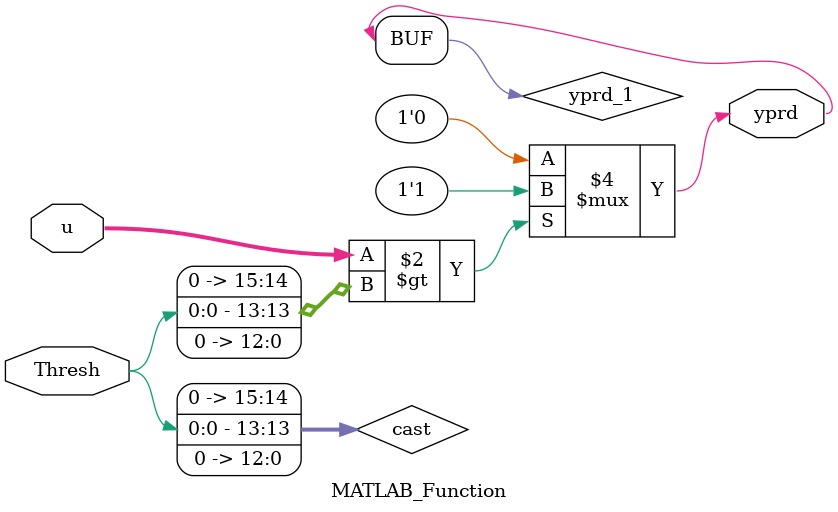
<source format=v>



`timescale 1 ns / 1 ns

module MATLAB_Function
          (u,
           Thresh,
           yprd);


  input   signed [15:0] u;  // sfix16_En14
  input   Thresh;  // ufix1_En1
  output  yprd;  // ufix1


  reg  yprd_1;  // ufix1
  reg signed [15:0] cast;  // sfix16_En14


  always @(Thresh, u) begin
    cast = {2'b0, {Thresh, 13'b0000000000000}};
    if (u > cast) begin
      yprd_1 = 1'b1;
    end
    else begin
      yprd_1 = 1'b0;
    end
  end



  assign yprd = yprd_1;

endmodule  // MATLAB_Function


</source>
